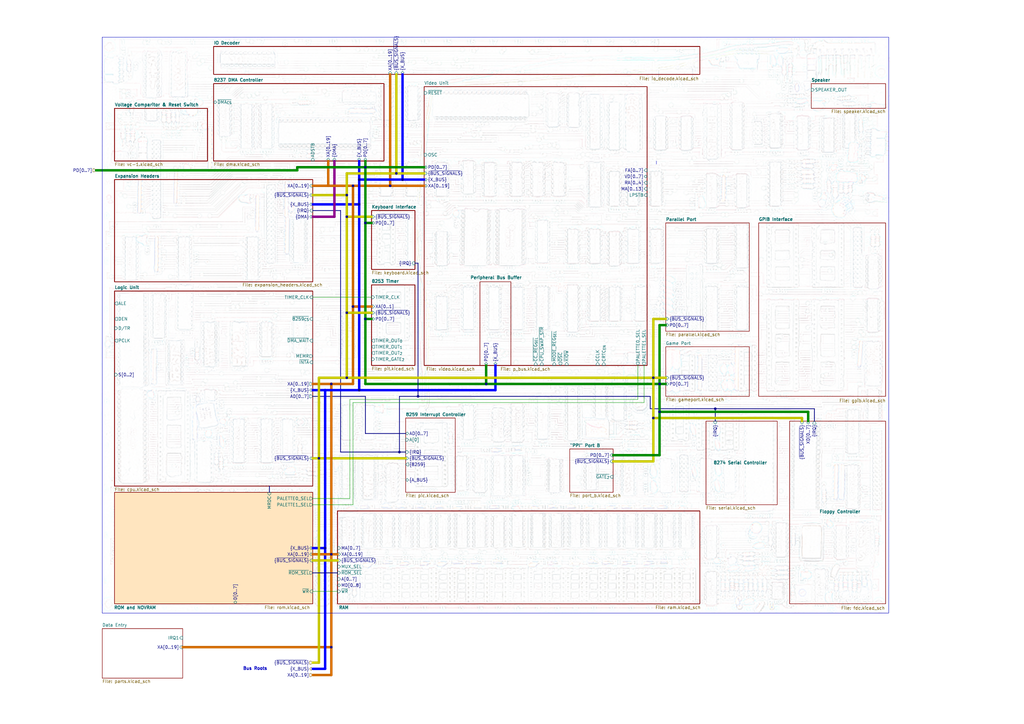
<source format=kicad_sch>
(kicad_sch (version 20250114) (generator "eeschema") (generator_version "9.0")
  (paper "A3")
  (lib_symbols)
  (rectangle (start 41.91 15.24) (end 364.49 251.46))
  (text "Bus Roots" (at 104.648 274.32 0) (effects (font (size 1.27 1.27) (thickness 0.254) (bold yes))))
  (junction (at 147.32 73.66))
  (junction (at 133.35 224.79))
  (junction (at 162.56 71.12))
  (junction (at 267.97 171.45))
  (junction (at 199.39 157.48))
  (junction (at 270.51 168.91))
  (junction (at 142.24 88.9))
  (junction (at 135.89 157.48))
  (junction (at 130.81 187.96))
  (junction (at 270.51 157.48))
  (junction (at 142.24 80.01))
  (junction (at 142.24 128.27))
  (junction (at 135.89 227.33))
  (junction (at 160.02 76.2))
  (junction (at 147.32 83.82))
  (junction (at 130.81 229.87) (color 194 194 0 1))
  (junction (at 165.1 73.66))
  (junction (at 144.78 125.73))
  (junction (at 147.32 160.02))
  (junction (at 149.86 91.44))
  (junction (at 133.35 160.02) (color 0 0 255 1))
  (junction (at 149.86 68.58))
  (junction (at 267.97 154.94))
  (junction (at 293.37 167.64))
  (junction (at 134.62 76.2) (color 204 102 0 1))
  (junction (at 142.24 154.94))
  (junction (at 163.83 185.42))
  (junction (at 135.89 265.43))
  (junction (at 144.78 76.2))
  (junction (at 171.45 162.56))
  (junction (at 149.86 130.81))
  (bus (pts (xy 128.27 229.87) (xy 130.81 229.87)) (stroke (width 1) (color 194 194 0 1)))
  (bus (pts (xy 142.24 71.12) (xy 162.56 71.12)) (stroke (width 1) (color 194 194 0 1)))
  (bus (pts (xy 165.1 30.48) (xy 165.1 73.66)) (stroke (width 1) (color 0 0 255 1)))
  (bus (pts (xy 130.81 229.87) (xy 138.43 229.87)) (stroke (width 1) (color 194 194 0 1)))
  (bus (pts (xy 170.18 107.95) (xy 171.45 107.95)))
  (bus (pts (xy 149.86 177.8) (xy 166.37 177.8)))
  (bus (pts (xy 135.89 265.43) (xy 74.93 265.43)) (stroke (width 1) (color 204 102 0 1)))
  (bus (pts (xy 142.24 71.12) (xy 142.24 80.01)) (stroke (width 1) (color 194 194 0 1)))
  (wire (pts (xy 143.51 163.83) (xy 261.62 163.83)))
  (bus (pts (xy 142.24 88.9) (xy 142.24 128.27)) (stroke (width 1) (color 194 194 0 1)))
  (bus (pts (xy 147.32 73.66) (xy 165.1 73.66)) (stroke (width 1) (color 0 0 255 1)))
  (bus (pts (xy 128.27 162.56) (xy 149.86 162.56)))
  (bus (pts (xy 147.32 73.66) (xy 147.32 83.82)) (stroke (width 1) (color 0 0 255 1)))
  (bus (pts (xy 293.37 167.64) (xy 334.01 167.64)))
  (bus (pts (xy 121.92 68.58) (xy 149.86 68.58)) (stroke (width 1) (color 0 132 0 1)))
  (wire (pts (xy 128.27 121.92) (xy 152.4 121.92)))
  (wire (pts (xy 144.78 207.01) (xy 144.78 165.1)))
  (bus (pts (xy 199.39 157.48) (xy 270.51 157.48)) (stroke (width 1) (color 0 132 0 1)))
  (bus (pts (xy 149.86 162.56) (xy 149.86 177.8)))
  (bus (pts (xy 267.97 154.94) (xy 267.97 171.45)) (stroke (width 1) (color 194 194 0 1)))
  (bus (pts (xy 149.86 68.58) (xy 173.99 68.58)) (stroke (width 1) (color 0 132 0 1)))
  (bus (pts (xy 135.89 276.86) (xy 128.27 276.86)) (stroke (width 1) (color 204 102 0 1)))
  (bus (pts (xy 144.78 76.2) (xy 160.02 76.2)) (stroke (width 1) (color 204 102 0 1)))
  (wire (pts (xy 128.27 242.57) (xy 138.43 242.57)))
  (bus (pts (xy 130.81 154.94) (xy 130.81 187.96)) (stroke (width 1) (color 194 194 0 1)))
  (bus (pts (xy 163.83 185.42) (xy 166.37 185.42)))
  (wire (pts (xy 128.27 207.01) (xy 144.78 207.01)))
  (bus (pts (xy 137.16 66.04) (xy 137.16 88.9)) (stroke (width 1) (color 132 0 132 1)))
  (bus (pts (xy 171.45 162.56) (xy 163.83 162.56)))
  (bus (pts (xy 149.86 130.81) (xy 152.4 130.81)) (stroke (width 1) (color 0 132 0 1)))
  (bus (pts (xy 134.62 76.2) (xy 144.78 76.2)) (stroke (width 1) (color 204 102 0 1)))
  (bus (pts (xy 331.47 168.91) (xy 331.47 172.72)) (stroke (width 1) (color 0 132 0 1)))
  (bus (pts (xy 128.27 76.2) (xy 134.62 76.2)) (stroke (width 1) (color 204 102 0 1)))
  (bus (pts (xy 270.51 168.91) (xy 270.51 186.69)) (stroke (width 1) (color 0 132 0 1)))
  (bus (pts (xy 110.49 199.39) (xy 110.49 201.93)))
  (wire (pts (xy 143.51 204.47) (xy 143.51 163.83)))
  (bus (pts (xy 128.27 86.36) (xy 139.7 86.36)))
  (bus (pts (xy 130.81 154.94) (xy 142.24 154.94)) (stroke (width 1) (color 194 194 0 1)))
  (bus (pts (xy 133.35 224.79) (xy 133.35 274.32)) (stroke (width 1) (color 0 0 255 1)))
  (bus (pts (xy 163.83 162.56) (xy 163.83 185.42)))
  (bus (pts (xy 134.62 66.04) (xy 134.62 76.2)) (stroke (width 1) (color 204 102 0 1)))
  (bus (pts (xy 128.27 80.01) (xy 142.24 80.01)) (stroke (width 1) (color 194 194 0 1)))
  (bus (pts (xy 135.89 265.43) (xy 135.89 276.86)) (stroke (width 1) (color 204 102 0 1)))
  (bus (pts (xy 149.86 130.81) (xy 149.86 157.48)) (stroke (width 1) (color 0 132 0 1)))
  (bus (pts (xy 135.89 227.33) (xy 138.43 227.33)) (stroke (width 1) (color 204 102 0 1)))
  (bus (pts (xy 171.45 162.56) (xy 266.7 162.56)))
  (bus (pts (xy 334.01 167.64) (xy 334.01 172.72)))
  (bus (pts (xy 128.27 83.82) (xy 147.32 83.82)) (stroke (width 1) (color 0 0 255 1)))
  (bus (pts (xy 142.24 88.9) (xy 152.4 88.9)) (stroke (width 1) (color 194 194 0 1)))
  (bus (pts (xy 251.46 189.23) (xy 267.97 189.23)) (stroke (width 1) (color 194 194 0 1)))
  (bus (pts (xy 162.56 71.12) (xy 173.99 71.12)) (stroke (width 1) (color 194 194 0 1)))
  (bus (pts (xy 266.7 167.64) (xy 293.37 167.64)))
  (bus (pts (xy 270.51 157.48) (xy 273.05 157.48)) (stroke (width 1) (color 0 132 0 1)))
  (bus (pts (xy 137.16 88.9) (xy 128.27 88.9)) (stroke (width 1) (color 132 0 132 1)))
  (bus (pts (xy 149.86 68.58) (xy 149.86 91.44)) (stroke (width 1) (color 0 132 0 1)))
  (bus (pts (xy 149.86 91.44) (xy 149.86 130.81)) (stroke (width 1) (color 0 132 0 1)))
  (bus (pts (xy 199.39 157.48) (xy 199.39 149.86)) (stroke (width 1) (color 0 132 0 1)))
  (bus (pts (xy 267.97 171.45) (xy 328.93 171.45)) (stroke (width 1) (color 194 194 0 1)))
  (bus (pts (xy 139.7 185.42) (xy 163.83 185.42)))
  (bus (pts (xy 171.45 107.95) (xy 171.45 162.56)))
  (bus (pts (xy 160.02 30.48) (xy 160.02 76.2)) (stroke (width 1) (color 204 102 0 1)))
  (bus (pts (xy 144.78 76.2) (xy 144.78 125.73)) (stroke (width 1) (color 204 102 0 1)))
  (bus (pts (xy 128.27 234.95) (xy 138.43 234.95)))
  (bus (pts (xy 149.86 66.04) (xy 149.86 68.58)) (stroke (width 1) (color 0 132 0 1)))
  (bus (pts (xy 149.86 157.48) (xy 199.39 157.48)) (stroke (width 1) (color 0 132 0 1)))
  (bus (pts (xy 128.27 227.33) (xy 135.89 227.33)) (stroke (width 1) (color 204 102 0 1)))
  (bus (pts (xy 128.27 157.48) (xy 135.89 157.48)) (stroke (width 1) (color 204 102 0 1)))
  (bus (pts (xy 267.97 154.94) (xy 273.05 154.94)) (stroke (width 1) (color 194 194 0 1)))
  (bus (pts (xy 147.32 66.04) (xy 147.32 73.66)) (stroke (width 1) (color 0 0 255 1)))
  (bus (pts (xy 270.51 157.48) (xy 270.51 168.91)) (stroke (width 1) (color 0 132 0 1)))
  (bus (pts (xy 133.35 160.02) (xy 147.32 160.02)) (stroke (width 1) (color 0 0 255 1)))
  (bus (pts (xy 270.51 186.69) (xy 251.46 186.69)) (stroke (width 1) (color 0 132 0 1)))
  (bus (pts (xy 144.78 125.73) (xy 144.78 157.48)) (stroke (width 1) (color 204 102 0 1)))
  (bus (pts (xy 142.24 154.94) (xy 267.97 154.94)) (stroke (width 1) (color 194 194 0 1)))
  (bus (pts (xy 270.51 133.35) (xy 273.05 133.35)) (stroke (width 1) (color 0 132 0 1)))
  (bus (pts (xy 130.81 229.87) (xy 130.81 271.78)) (stroke (width 1) (color 194 194 0 1)))
  (polyline (pts (xy 269.24 67.31) (xy 269.24 66.04)))
  (bus (pts (xy 135.89 227.33) (xy 135.89 265.43)) (stroke (width 1) (color 204 102 0 1)))
  (bus (pts (xy 142.24 128.27) (xy 152.4 128.27)) (stroke (width 1) (color 194 194 0 1)))
  (bus (pts (xy 162.56 71.12) (xy 162.56 30.48)) (stroke (width 1) (color 194 194 0 1)))
  (wire (pts (xy 264.16 165.1) (xy 264.16 149.86)))
  (bus (pts (xy 128.27 160.02) (xy 133.35 160.02)) (stroke (width 1) (color 0 0 255 1)))
  (bus (pts (xy 142.24 80.01) (xy 142.24 88.9)) (stroke (width 1) (color 194 194 0 1)))
  (bus (pts (xy 165.1 73.66) (xy 173.99 73.66)) (stroke (width 1) (color 0 0 255 1)))
  (wire (pts (xy 128.27 204.47) (xy 143.51 204.47)))
  (bus (pts (xy 267.97 130.81) (xy 273.05 130.81)) (stroke (width 1) (color 194 194 0 1)))
  (bus (pts (xy 149.86 91.44) (xy 152.4 91.44)) (stroke (width 1) (color 0 132 0 1)))
  (bus (pts (xy 328.93 171.45) (xy 328.93 172.72)) (stroke (width 1) (color 194 194 0 1)))
  (bus (pts (xy 144.78 125.73) (xy 152.4 125.73)) (stroke (width 1) (color 204 102 0 1)))
  (bus (pts (xy 270.51 157.48) (xy 270.51 133.35)) (stroke (width 1) (color 0 132 0 1)))
  (bus (pts (xy 270.51 168.91) (xy 331.47 168.91)) (stroke (width 1) (color 0 132 0 1)))
  (bus (pts (xy 293.37 167.64) (xy 293.37 172.72)))
  (bus (pts (xy 135.89 157.48) (xy 144.78 157.48)) (stroke (width 1) (color 204 102 0 1)))
  (bus (pts (xy 267.97 154.94) (xy 267.97 130.81)) (stroke (width 1) (color 194 194 0 1)))
  (bus (pts (xy 139.7 86.36) (xy 139.7 185.42)))
  (wire (pts (xy 144.78 165.1) (xy 264.16 165.1)))
  (bus (pts (xy 130.81 187.96) (xy 166.37 187.96)) (stroke (width 1) (color 194 194 0 1)))
  (bus (pts (xy 147.32 160.02) (xy 203.2 160.02)) (stroke (width 1) (color 0 0 255 1)))
  (bus (pts (xy 130.81 229.87) (xy 130.81 187.96)) (stroke (width 1) (color 194 194 0 1)))
  (bus (pts (xy 160.02 76.2) (xy 173.99 76.2)) (stroke (width 1) (color 204 102 0 1)))
  (bus (pts (xy 128.27 224.79) (xy 133.35 224.79)) (stroke (width 1) (color 0 0 255 1)))
  (bus (pts (xy 39.37 69.85) (xy 121.92 69.85)) (stroke (width 1) (color 0 132 0 1)))
  (bus (pts (xy 130.81 187.96) (xy 128.27 187.96)) (stroke (width 1) (color 194 194 0 1)))
  (bus (pts (xy 133.35 160.02) (xy 133.35 224.79)) (stroke (width 1) (color 0 0 255 1)))
  (bus (pts (xy 147.32 83.82) (xy 147.32 160.02)) (stroke (width 1) (color 0 0 255 1)))
  (bus (pts (xy 203.2 149.86) (xy 203.2 160.02)) (stroke (width 1) (color 0 0 255 1)))
  (bus (pts (xy 266.7 162.56) (xy 266.7 167.64)))
  (bus (pts (xy 267.97 171.45) (xy 267.97 189.23)) (stroke (width 1) (color 194 194 0 1)))
  (bus (pts (xy 121.92 68.58) (xy 121.92 69.85)) (stroke (width 1) (color 0 132 0 1)))
  (bus (pts (xy 130.81 271.78) (xy 128.27 271.78)) (stroke (width 1) (color 194 194 0 1)))
  (bus (pts (xy 135.89 157.48) (xy 135.89 227.33)) (stroke (width 1) (color 204 102 0 1)))
  (bus (pts (xy 142.24 154.94) (xy 142.24 128.27)) (stroke (width 1) (color 194 194 0 1)))
  (bus (pts (xy 133.35 274.32) (xy 128.27 274.32)) (stroke (width 1) (color 0 0 255 1)))
  (wire (pts (xy 261.62 163.83) (xy 261.62 149.86)))
  (image (at 203.2 133.35) (scale 3.73968))
  (hierarchical_label "{X_BUS}" (shape tri_state) (at 128.27 274.32 180))
  (hierarchical_label "{~{BUS_SIGNALS}}" (shape input) (at 128.27 271.78 180))
  (hierarchical_label "XA[0..19]" (shape input) (at 128.27 276.86 180))
  (hierarchical_label "PD[0..7]" (shape input) (at 39.37 69.85 180))
  (sheet (at 166.37 171.45) (size 20.32 30.48) (stroke (width 0.1524))
    (property "Sheetname" "8259 Interrupt Controller" (at 166.37 170.7384 0) (effects (font (thickness 0.254) (bold yes)) (justify left bottom)))
    (property "Sheetfile" "pic.kicad_sch" (at 166.37 202.5146 0) (effects (justify left top)))
    (pin "{IRQ}" input (at 166.37 185.42 180))
    (pin "{8259}" output (at 166.37 190.5 180))
    (pin "{A_BUS}" bidirectional (at 166.37 196.85 180))
    (pin "{~{BUS_SIGNALS}}" input (at 166.37 187.96 180))
    (pin "AD[0..7]" bidirectional (at 166.37 177.8 180))
    (pin "A[0]" input (at 166.37 180.34 180))
  )
  (sheet (at 152.4 116.84) (size 17.78 33.02) (stroke (width 0.25))
    (property "Sheetname" "8253 Timer" (at 152.4 116.0796 0) (effects (font (thickness 0.254) (bold yes)) (justify left bottom)))
    (property "Sheetfile" "pit.kicad_sch" (at 152.4 150.4934 0) (effects (justify left top)))
    (pin "PD[0..7]" bidirectional (at 152.4 130.81 180))
    (pin "TIMER_GATE_{2}" input (at 152.4 147.32 180))
    (pin "TIMER_OUT_{0}" output (at 152.4 139.7 180))
    (pin "TIMER_OUT_{1}" output (at 152.4 142.24 180))
    (pin "TIMER_OUT_{2}" output (at 152.4 144.78 180))
    (pin "{~{BUS_SIGNALS}}" input (at 152.4 128.27 180))
    (pin "TIMER_CLK" input (at 152.4 121.92 180))
    (pin "XA[0..1]" input (at 152.4 125.73 180))
  )
  (sheet (at 87.63 34.29) (size 69.85 31.75) (stroke (width 0.25))
    (property "Sheetname" "8237 DMA Controller" (at 87.63 33.5296 0) (effects (font (thickness 0.254) (bold yes)) (justify left bottom)))
    (property "Sheetfile" "dma.kicad_sch" (at 87.63 66.6734 0) (effects (justify left top)))
    (pin "XA[0..19]" bidirectional (at 134.62 66.04 270))
    (pin "~{DMA_{CS}}" bidirectional (at 87.63 41.91 180))
    (pin "ADSTB" input (at 128.27 66.04 270))
    (pin "PD[0..7]" bidirectional (at 149.86 66.04 270))
    (pin "{DMA}" input (at 137.16 66.04 270))
    (pin "{X_BUS}" bidirectional (at 147.32 66.04 270))
  )
  (sheet (at 46.99 201.93) (size 81.28 45.72) (stroke (width 0.25)) (fill (color 255 229 191 1.0000))
    (property "Sheetname" "ROM and NOVRAM" (at 46.736 249.936 0) (effects (font (thickness 0.254) (bold yes)) (justify left bottom)))
    (property "Sheetfile" "rom.kicad_sch" (at 108.458 248.412 0) (effects (justify left top)))
    (pin "MRDC" input (at 110.49 201.93 90))
    (pin "XA[0..19]" bidirectional (at 128.27 227.33 0))
    (pin "{~{BUS_SIGNALS}}" input (at 128.27 229.87 0))
    (pin "~{ROM_SEL}" output (at 128.27 234.95 0))
    (pin "PALETTE0_SEL" output (at 128.27 204.47 0))
    (pin "PALETTE1_SEL" output (at 128.27 207.01 0))
    (pin "D[0..7]" bidirectional (at 96.52 247.65 270))
    (pin "~{WR}" input (at 128.27 242.57 0))
    (pin "{X_BUS}" bidirectional (at 128.27 224.79 0))
  )
  (sheet (at 138.43 209.55) (size 148.59 38.1) (stroke (width 0.25))
    (property "Sheetname" "RAM" (at 138.938 249.936 0) (effects (font (thickness 0.254) (bold yes)) (justify left bottom)))
    (property "Sheetfile" "ram.kicad_sch" (at 268.732 248.412 0) (effects (justify left top)))
    (pin "MA[0..7]" input (at 138.43 224.79 180))
    (pin "XA[0..19]" input (at 138.43 227.33 180))
    (pin "{~{BUS_SIGNALS}}" input (at 138.43 229.87 180))
    (pin "MUX_SEL" input (at 138.43 232.41 180))
    (pin "~{ROM_SEL}" input (at 138.43 234.95 180))
    (pin "A[0..7]" input (at 138.43 237.49 180))
    (pin "MD[0..8]" bidirectional (at 138.43 240.03 180))
    (pin "~{WR}" input (at 138.43 242.57 180))
  )
  (sheet (at 323.85 172.72) (size 39.37 74.93) (stroke (width 0.1524))
    (property "Sheetname" "Floppy Controller" (at 336.042 210.566 0) (effects (font (thickness 0.254) (bold yes)) (justify left bottom)))
    (property "Sheetfile" "fdc.kicad_sch" (at 344.932 248.666 0) (effects (justify left top)))
    (pin "XD[0..7]" bidirectional (at 331.47 172.72 90))
    (pin "{~{BUS_SIGNALS}}" input (at 328.93 172.72 90))
    (pin "{IRQ}" output (at 334.01 172.72 90))
  )
  (sheet (at 41.91 257.81) (size 33.02 20.32) (stroke (width 0.1524))
    (property "Sheetname" "Data Entry" (at 41.91 257.0984 0) (effects (justify left bottom)))
    (property "Sheetfile" "parts.kicad_sch" (at 41.91 278.7146 0) (effects (justify left top)))
    (pin "IRQ1" input (at 74.93 261.62 0))
    (pin "XA[0..19]" input (at 74.93 265.43 0))
  )
  (sheet (at 152.4 86.36) (size 17.78 24.13) (stroke (width 0.25))
    (property "Sheetname" "Keyboard Interface" (at 152.4 85.5996 0) (effects (font (thickness 0.254) (bold yes)) (justify left bottom)))
    (property "Sheetfile" "keyboard.kicad_sch" (at 152.4 111.1234 0) (effects (justify left top)))
    (pin "PD[0..7]" bidirectional (at 152.4 91.44 180))
    (pin "{IRQ}" input (at 170.18 107.95 0))
    (pin "{~{BUS_SIGNALS}}" input (at 152.4 88.9 180))
  )
  (sheet (at 233.68 184.15) (size 17.78 17.78) (stroke (width 0.1524))
    (property "Sheetname" "\"PPI\" Port B" (at 233.68 183.4384 0) (effects (font (thickness 0.254) (bold yes)) (justify left bottom)))
    (property "Sheetfile" "port_b.kicad_sch" (at 233.68 202.5146 0) (effects (justify left top)))
    (pin "PD[0..7]" input (at 251.46 186.69 0))
    (pin "{~{BUS_SIGNALS}}" input (at 251.46 189.23 0))
    (pin "~{GATE_{2}}" input (at 251.46 195.58 0))
  )
  (sheet (at 196.85 115.57) (size 12.7 34.29) (stroke (width 0.1524))
    (property "Sheetname" "Peripheral Bus Buffer" (at 203.454 114.554 0) (effects (font (thickness 0.254) (bold yes)) (justify bottom)))
    (property "Sheetfile" "p_bus.kicad_sch" (at 205.232 150.622 0) (effects (justify left top)))
    (pin "PD[0..7]" bidirectional (at 199.39 149.86 270))
    (pin "{X_BUS}" bidirectional (at 203.2 149.86 270))
  )
  (sheet (at 46.99 44.45) (size 38.1 21.59) (stroke (width 0.25))
    (property "Sheetname" "Voltage Comparitor & Reset Switch" (at 46.99 43.6896 0) (effects (font (thickness 0.254) (bold yes)) (justify left bottom)))
    (property "Sheetfile" "vc-1.kicad_sch" (at 46.99 66.6734 0) (effects (justify left top)))
  )
  (sheet (at 87.63 19.05) (size 199.39 11.43) (stroke (width 0.25))
    (property "Sheetname" "IO Decoder" (at 87.63 18.3384 0) (effects (font (thickness 0.254) (bold yes)) (justify left bottom)))
    (property "Sheetfile" "io_decode.kicad_sch" (at 262.128 31.496 0) (effects (justify left top)))
    (pin "XA[0..19]" input (at 160.02 30.48 270))
    (pin "{~{BUS_SIGNALS}}" input (at 162.56 30.48 270))
    (pin "{X_BUS}" bidirectional (at 165.1 30.48 270))
  )
  (sheet (at 332.74 34.29) (size 30.48 10.16) (stroke (width 0.1524))
    (property "Sheetname" "Speaker" (at 332.74 33.5784 0) (effects (font (thickness 0.254) (bold yes)) (justify left bottom)))
    (property "Sheetfile" "speaker.kicad_sch" (at 340.868 44.958 0) (effects (justify left top)))
    (pin "SPEAKER_OUT" input (at 332.74 36.83 180))
  )
  (sheet (at 273.05 142.24) (size 34.29 20.32) (stroke (width 0.1524))
    (property "Sheetname" "Game Port" (at 273.05 141.5284 0) (effects (justify left bottom)))
    (property "Sheetfile" "gameport.kicad_sch" (at 273.05 163.1446 0) (effects (justify left top)))
    (pin "PD[0..7]" input (at 273.05 157.48 180))
    (pin "{~{BUS_SIGNALS}}" input (at 273.05 154.94 180))
  )
  (sheet (at 46.99 73.66) (size 81.28 41.91) (stroke (width 0.25))
    (property "Sheetname" "Expansion Headers" (at 46.99 72.9484 0) (effects (font (thickness 0.254) (bold yes)) (justify left bottom)))
    (property "Sheetfile" "expansion_headers.kicad_sch" (at 99.314 116.078 0) (effects (justify left top)))
    (pin "XA[0..19]" input (at 128.27 76.2 0))
    (pin "{X_BUS}" bidirectional (at 128.27 83.82 0))
    (pin "{~{BUS_SIGNALS}}" bidirectional (at 128.27 80.01 0))
    (pin "{IRQ}" input (at 128.27 86.36 0))
    (pin "{DMA}" bidirectional (at 128.27 88.9 0))
  )
  (sheet (at 173.99 35.56) (size 91.44 114.3) (stroke (width 0.25))
    (property "Sheetname" "Video Unit" (at 173.99 34.7996 0) (effects (justify left bottom)))
    (property "Sheetfile" "video.kicad_sch" (at 174.752 150.622 0) (effects (justify left top)))
    (pin "CCLK" input (at 245.11 149.86 270))
    (pin "CRTC_{EN}" input (at 247.65 149.86 270))
    (pin "FA[0..7]" input (at 265.43 69.85 0))
    (pin "LPSTB" input (at 265.43 80.01 0))
    (pin "MA[0..13]" input (at 265.43 77.47 0))
    (pin "OSC" input (at 173.99 63.5 180))
    (pin "RA[0..4]" input (at 265.43 74.93 0))
    (pin "VD[0..7]" bidirectional (at 265.43 72.39 0))
    (pin "~{RESET}" input (at 173.99 38.1 180))
    (pin "XA[0..19]" bidirectional (at 173.99 76.2 180))
    (pin "PALETTE0_SEL" output (at 261.62 149.86 270))
    (pin "PALETTE1_SEL" output (at 264.16 149.86 270))
    (pin "PD[0..7]" bidirectional (at 173.99 68.58 180))
    (pin "~{CC_REG_{SEL}}" input (at 219.71 149.86 270))
    (pin "~{CPU_SWAP_STR}" input (at 222.25 149.86 270))
    (pin "~{MODE_REG_{SEL}}" input (at 227.33 149.86 270))
    (pin "~{OSC}" output (at 229.87 149.86 270))
    (pin "~{XIOW}" input (at 232.41 149.86 270))
    (pin "{X_BUS}" bidirectional (at 173.99 73.66 180))
    (pin "{~{BUS_SIGNALS}}" input (at 173.99 71.12 180))
  )
  (sheet (at 46.99 119.38) (size 81.28 80.01) (stroke (width 0.25))
    (property "Sheetname" "Logic Unit" (at 46.99 118.6196 0) (effects (font (thickness 0.254) (bold yes)) (justify left bottom)))
    (property "Sheetfile" "cpu.kicad_sch" (at 46.99 200.0234 0) (effects (justify left top)))
    (pin "ALE" output (at 46.99 124.46 180))
    (pin "DEN" output (at 46.99 130.81 180))
    (pin "D{slash}TR" input (at 46.99 134.62 180))
    (pin "PCLK" output (at 46.99 139.7 180))
    (pin "S[0..2]" input (at 46.99 153.67 180))
    (pin "XA[0..19]" output (at 128.27 157.48 0))
    (pin "~{DMA_WAIT}" input (at 128.27 139.7 0))
    (pin "{~{BUS_SIGNALS}}" tri_state (at 128.27 187.96 0))
    (pin "AD[0..7]" output (at 128.27 162.56 0))
    (pin "~{8259_{CS}}" input (at 128.27 130.81 0))
    (pin "MEMR" output (at 128.27 146.05 0))
    (pin "{X_BUS}" tri_state (at 128.27 160.02 0))
    (pin "~{INTA}" input (at 128.27 148.59 0))
    (pin "TIMER_CLK" input (at 128.27 121.92 0))
  )
  (sheet (at 311.15 91.44) (size 52.07 71.12) (stroke (width 0.1524))
    (property "Sheetname" "GPIB Interface" (at 311.15 90.678 0) (effects (font (thickness 0.254) (bold yes)) (justify left bottom)))
    (property "Sheetfile" "gpib.kicad_sch" (at 344.17 163.576 0) (effects (justify left top)))
  )
  (sheet (at 289.56 172.72) (size 29.21 34.29) (stroke (width 0.1524))
    (property "Sheetname" "8274 Serial Controller" (at 292.608 190.5 0) (effects (font (thickness 0.254) (bold yes)) (justify left bottom)))
    (property "Sheetfile" "serial.kicad_sch" (at 289.56 207.5946 0) (effects (justify left top)))
    (pin "{IRQ}" input (at 293.37 172.72 90))
  )
  (sheet (at 273.05 91.44) (size 34.29 44.45) (stroke (width 0.1524))
    (property "Sheetname" "Parallel Port" (at 273.05 90.7284 0) (effects (font (thickness 0.254) (bold yes)) (justify left bottom)))
    (property "Sheetfile" "parallel.kicad_sch" (at 273.05 136.4746 0) (effects (justify left top)))
    (pin "PD[0..7]" input (at 273.05 133.35 180))
    (pin "{~{BUS_SIGNALS}}" input (at 273.05 130.81 180))
  )
)
</source>
